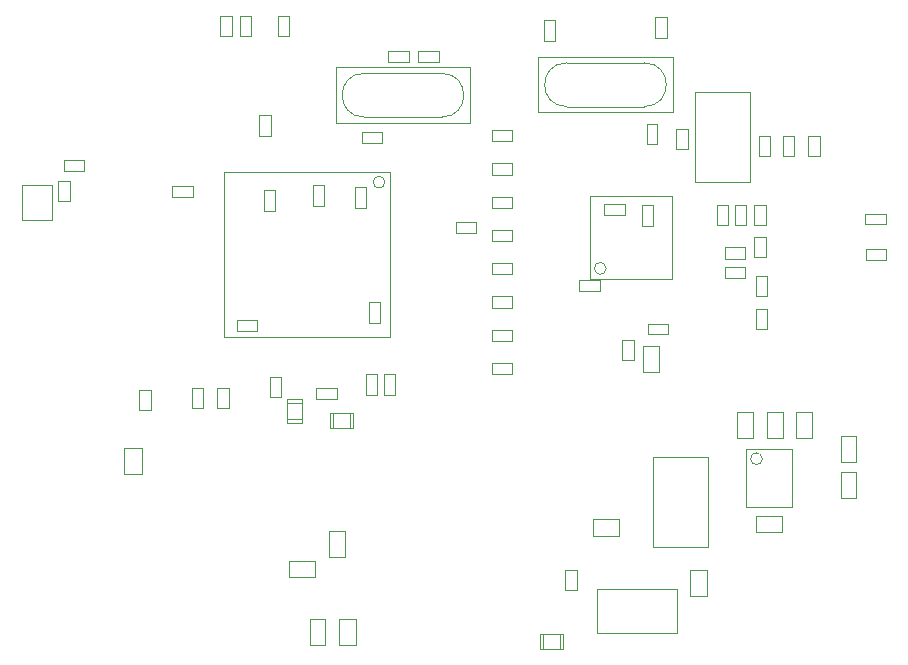
<source format=gbr>
%TF.GenerationSoftware,Altium Limited,Altium Designer,18.1.6 (161)*%
G04 Layer_Color=16711935*
%FSLAX25Y25*%
%MOIN*%
%TF.FileFunction,Other,Mechanical_13*%
%TF.Part,Single*%
G01*
G75*
%TA.AperFunction,NonConductor*%
%ADD67C,0.00394*%
%ADD83C,0.00197*%
D67*
X411287Y246799D02*
G03*
X411287Y246799I-1969J0D01*
G01*
X285484Y338984D02*
G03*
X285484Y338984I-1969J0D01*
G01*
X359216Y310264D02*
G03*
X359216Y310264I-1969J0D01*
G01*
X253520Y207343D02*
Y212657D01*
X262182Y207343D02*
Y212657D01*
X253520Y207343D02*
X262182D01*
X253520Y212657D02*
X262182D01*
X266843Y222831D02*
X272158D01*
X266843Y214169D02*
X272158D01*
X266843D02*
Y222831D01*
X272158Y214169D02*
Y222831D01*
X185323Y342630D02*
Y346370D01*
X178433Y342630D02*
Y346370D01*
Y342630D02*
X185323D01*
X178433Y346370D02*
X185323D01*
X354913Y226854D02*
X363575D01*
X354913Y221146D02*
X363575D01*
Y226854D01*
X354913Y221146D02*
Y226854D01*
X387146Y201169D02*
X392854D01*
X387146Y209831D02*
X392854D01*
Y201169D02*
Y209831D01*
X387146Y201169D02*
Y209831D01*
X345630Y203153D02*
Y209846D01*
X349370Y203153D02*
Y209846D01*
X345630D02*
X349370D01*
X345630Y203153D02*
X349370D01*
X374945Y247461D02*
X393055D01*
X374945Y217539D02*
X393055D01*
X374945D02*
Y247461D01*
X393055Y217539D02*
Y247461D01*
X382689Y188716D02*
Y203284D01*
X356311Y188716D02*
Y203284D01*
Y188716D02*
X382689D01*
X356311Y203284D02*
X382689D01*
X371451Y275669D02*
X376766D01*
X371451Y284331D02*
X376766D01*
X371451Y275669D02*
Y284331D01*
X376766Y275669D02*
Y284331D01*
X270146Y184819D02*
X275854D01*
X270146Y193480D02*
X275854D01*
X270146Y184819D02*
Y193480D01*
X275854Y184819D02*
Y193480D01*
X260343Y184669D02*
X265657D01*
X260343Y193331D02*
X265657D01*
X260343Y184669D02*
Y193331D01*
X265657Y184669D02*
Y193331D01*
X198646Y241669D02*
Y250331D01*
X204354Y241669D02*
Y250331D01*
X198646D02*
X204354D01*
X198646Y241669D02*
X204354D01*
X309154Y322130D02*
X315846D01*
X309154Y325870D02*
X315846D01*
Y322130D02*
Y325870D01*
X309154Y322130D02*
Y325870D01*
X321153Y274969D02*
X327847D01*
X321153Y278709D02*
X327847D01*
Y274969D02*
Y278709D01*
X321153Y274969D02*
Y278709D01*
Y286063D02*
X327847D01*
X321153Y289803D02*
X327847D01*
Y286063D02*
Y289803D01*
X321153Y286063D02*
Y289803D01*
Y297158D02*
X327847D01*
X321153Y300898D02*
X327847D01*
Y297158D02*
Y300898D01*
X321153Y297158D02*
Y300898D01*
Y308252D02*
X327847D01*
X321153Y311992D02*
X327847D01*
Y308252D02*
Y311992D01*
X321153Y308252D02*
Y311992D01*
Y319346D02*
X327847D01*
X321153Y323087D02*
X327847D01*
Y319346D02*
Y323087D01*
X321153Y319346D02*
Y323087D01*
Y330441D02*
X327847D01*
X321153Y334181D02*
X327847D01*
Y330441D02*
Y334181D01*
X321153Y330441D02*
Y334181D01*
Y352630D02*
X327847D01*
X321153Y356370D02*
X327847D01*
Y352630D02*
Y356370D01*
X321153Y352630D02*
Y356370D01*
Y341535D02*
X327847D01*
X321153Y345276D02*
X327847D01*
Y341535D02*
Y345276D01*
X321153Y341535D02*
Y345276D01*
X376272Y351654D02*
Y358347D01*
X372728Y351654D02*
Y358347D01*
X376272D01*
X372728Y351654D02*
X376272D01*
X382630Y350153D02*
X386370D01*
X382630Y356846D02*
X386370D01*
X382630Y350153D02*
Y356846D01*
X386370Y350153D02*
Y356846D01*
X445653Y325000D02*
X452347D01*
X445653Y328543D02*
X452347D01*
Y325000D02*
Y328543D01*
X445653Y325000D02*
Y328543D01*
X445713Y313189D02*
X452406D01*
X445713Y316732D02*
X452406D01*
Y313189D02*
Y316732D01*
X445713Y313189D02*
Y316732D01*
X337063Y183539D02*
X344937D01*
X337063Y188461D02*
X344937D01*
Y183539D02*
Y188461D01*
X337063Y183539D02*
Y188461D01*
X343756Y183539D02*
Y188461D01*
X338244Y183539D02*
Y188461D01*
X277709Y352130D02*
X284598D01*
X277709Y355870D02*
X284598D01*
X277709Y352130D02*
Y355870D01*
X284598Y352130D02*
Y355870D01*
X262653Y270370D02*
X269346D01*
X262653Y266630D02*
X269346D01*
X262653D02*
Y270370D01*
X269346Y266630D02*
Y270370D01*
X267063Y261961D02*
X274937D01*
X267063Y257039D02*
X274937D01*
X267063D02*
Y261961D01*
X274937Y257039D02*
Y261961D01*
X268244Y257039D02*
Y261961D01*
X273756Y257039D02*
Y261961D01*
X257890Y258815D02*
Y266689D01*
X252969Y258815D02*
Y266689D01*
X257890D01*
X252969Y258815D02*
X257890D01*
X252969Y265508D02*
X257890D01*
X252969Y259996D02*
X257890D01*
X250870Y267504D02*
Y274197D01*
X247130Y267504D02*
Y274197D01*
X250870D01*
X247130Y267504D02*
X250870D01*
X409169Y222342D02*
Y227658D01*
X417831Y222342D02*
Y227658D01*
X409169D02*
X417831D01*
X409169Y222342D02*
X417831D01*
X437343Y245669D02*
X442658D01*
X437343Y254331D02*
X442658D01*
X437343Y245669D02*
Y254331D01*
X442658Y245669D02*
Y254331D01*
X437343Y233669D02*
X442658D01*
X437343Y242331D02*
X442658D01*
X437343Y233669D02*
Y242331D01*
X442658Y233669D02*
Y242331D01*
X405972Y230854D02*
X421327D01*
X405972Y250146D02*
X421327D01*
Y230854D02*
Y250146D01*
X405972Y230854D02*
Y250146D01*
X402843Y262331D02*
X408157D01*
X402843Y253669D02*
X408157D01*
Y262331D01*
X402843Y253669D02*
Y262331D01*
X422594Y262331D02*
X427909D01*
X422594Y253669D02*
X427909D01*
Y262331D01*
X422594Y253669D02*
Y262331D01*
X412843D02*
X418157D01*
X412843Y253669D02*
X418157D01*
Y262331D01*
X412843Y253669D02*
Y262331D01*
X368386Y279654D02*
Y286347D01*
X364646Y279654D02*
Y286347D01*
X368386D01*
X364646Y279654D02*
X368386D01*
X269059Y377252D02*
X313941D01*
Y358748D02*
Y377252D01*
X269059Y358748D02*
Y377252D01*
Y358748D02*
X313941D01*
X296555Y379130D02*
Y382870D01*
X303445Y379130D02*
Y382870D01*
X296555D02*
X303445D01*
X296555Y379130D02*
X303445D01*
X293457Y379130D02*
Y382870D01*
X286567Y379130D02*
Y382870D01*
Y379130D02*
X293457D01*
X286567Y382870D02*
X293457D01*
X203630Y263154D02*
Y269847D01*
X207370Y263154D02*
Y269847D01*
X203630Y263154D02*
X207370D01*
X203630Y269847D02*
X207370D01*
X240870Y387653D02*
Y394346D01*
X237130Y387653D02*
Y394346D01*
X240870D01*
X237130Y387653D02*
X240870D01*
X253496D02*
Y394346D01*
X249756Y387653D02*
Y394346D01*
X253496D01*
X249756Y387653D02*
X253496D01*
X402228Y324654D02*
X405772D01*
X402228Y331347D02*
X405772D01*
X402228Y324654D02*
Y331347D01*
X405772Y324654D02*
Y331347D01*
X275346Y330555D02*
X279087D01*
X275346Y337445D02*
X279087D01*
Y330555D02*
Y337445D01*
X275346Y330555D02*
Y337445D01*
X261567Y331055D02*
X265307D01*
X261567Y337945D02*
X265307D01*
Y331055D02*
Y337945D01*
X261567Y331055D02*
Y337945D01*
X280130Y298945D02*
X283870D01*
X280130Y292055D02*
X283870D01*
X280130D02*
Y298945D01*
X283870Y292055D02*
Y298945D01*
X245130Y329555D02*
X248870D01*
X245130Y336445D02*
X248870D01*
Y329555D02*
Y336445D01*
X245130Y329555D02*
Y336445D01*
X242945Y289469D02*
Y293209D01*
X236055Y289469D02*
Y293209D01*
X242945D01*
X236055Y289469D02*
X242945D01*
X357024Y302630D02*
Y306370D01*
X350134Y302630D02*
Y306370D01*
X357024D01*
X350134Y302630D02*
X357024D01*
X396228Y324654D02*
X399772D01*
X396228Y331347D02*
X399772D01*
X396228Y324654D02*
Y331347D01*
X399772Y324654D02*
Y331347D01*
X229630Y270346D02*
X233370D01*
X229630Y263653D02*
X233370D01*
Y270346D01*
X229630Y263653D02*
Y270346D01*
X221130D02*
X224870D01*
X221130Y263653D02*
X224870D01*
Y270346D01*
X221130Y263653D02*
Y270346D01*
X408630Y331347D02*
X412370D01*
X408630Y324654D02*
X412370D01*
Y331347D01*
X408630Y324654D02*
Y331347D01*
X409130Y307846D02*
X412870D01*
X409130Y301153D02*
X412870D01*
Y307846D01*
X409130Y301153D02*
Y307846D01*
X409130Y290154D02*
X412870D01*
X409130Y296847D02*
X412870D01*
X409130Y290154D02*
Y296847D01*
X412870Y290154D02*
Y296847D01*
X408630Y313898D02*
X412370D01*
X408630Y320590D02*
X412370D01*
X408630Y313898D02*
Y320590D01*
X412370Y313898D02*
Y320590D01*
X230630Y387653D02*
X234370D01*
X230630Y394346D02*
X234370D01*
X230630Y387653D02*
Y394346D01*
X234370Y387653D02*
Y394346D01*
X279252Y268055D02*
Y274945D01*
X282992Y268055D02*
Y274945D01*
X279252D02*
X282992D01*
X279252Y268055D02*
X282992D01*
X285130D02*
Y274945D01*
X288870Y268055D02*
Y274945D01*
X285130D02*
X288870D01*
X285130Y268055D02*
X288870D01*
X176630Y332653D02*
Y339347D01*
X180370Y332653D02*
Y339347D01*
X176630Y332653D02*
X180370D01*
X176630Y339347D02*
X180370D01*
X231941Y342528D02*
X287059D01*
X231941Y287409D02*
X287059D01*
Y342528D01*
X231941Y287409D02*
Y342528D01*
X398724Y307065D02*
Y310805D01*
X405614Y307065D02*
Y310805D01*
X398724Y307065D02*
X405614D01*
X398724Y310805D02*
X405614D01*
X398724Y313518D02*
Y317258D01*
X405614Y313518D02*
Y317258D01*
X398724Y313518D02*
X405614D01*
X398724Y317258D02*
X405614D01*
X371130Y331445D02*
X374870D01*
X371130Y324555D02*
X374870D01*
X371130D02*
Y331445D01*
X374870Y324555D02*
Y331445D01*
X358555Y328130D02*
Y331870D01*
X365445Y328130D02*
Y331870D01*
X358555Y328130D02*
X365445D01*
X358555Y331870D02*
X365445D01*
X426630Y354543D02*
X430370D01*
X426630Y347654D02*
X430370D01*
X426630D02*
Y354543D01*
X430370Y347654D02*
Y354543D01*
X388945Y339039D02*
X407055D01*
X388945Y368961D02*
X407055D01*
Y339039D02*
Y368961D01*
X388945Y339039D02*
Y368961D01*
X410130Y354543D02*
X413870D01*
X410130Y347654D02*
X413870D01*
X410130D02*
Y354543D01*
X413870Y347654D02*
Y354543D01*
X418130D02*
X421870D01*
X418130Y347654D02*
X421870D01*
X418130D02*
Y354543D01*
X421870Y347654D02*
Y354543D01*
X243630Y361445D02*
X247370D01*
X243630Y354555D02*
X247370D01*
Y361445D01*
X243630Y354555D02*
Y361445D01*
X214555Y334130D02*
Y337870D01*
X221445Y334130D02*
Y337870D01*
X214555D02*
X221445D01*
X214555Y334130D02*
X221445D01*
X164579Y338216D02*
X174421D01*
X164579Y326406D02*
X174421D01*
X164579D02*
Y338216D01*
X174421Y326406D02*
Y338216D01*
X381264Y306720D02*
Y334279D01*
X353705Y306720D02*
Y334279D01*
X381264D01*
X353705Y306720D02*
X381264D01*
X373153Y288228D02*
Y291772D01*
X379847Y288228D02*
Y291772D01*
X373153D02*
X379847D01*
X373153Y288228D02*
X379847D01*
X336559Y362248D02*
X381441D01*
X336559D02*
Y380752D01*
X381441Y362248D02*
Y380752D01*
X336559D02*
X381441D01*
X338429Y392945D02*
X342169D01*
X338429Y386055D02*
X342169D01*
Y392945D01*
X338429Y386055D02*
Y392945D01*
X375630Y393945D02*
X379370D01*
X375630Y387055D02*
X379370D01*
Y393945D01*
X375630Y387055D02*
Y393945D01*
D83*
X304492Y360717D02*
G03*
X304492Y375284I0J7283D01*
G01*
X278508D02*
G03*
X278508Y360717I0J-7283D01*
G01*
X346008Y378783D02*
G03*
X346008Y364216I0J-7283D01*
G01*
X371992D02*
G03*
X371992Y378783I0J7283D01*
G01*
X278508Y360717D02*
X304492D01*
X278508Y375284D02*
X304492D01*
X346008Y378783D02*
X371992D01*
X346008Y364216D02*
X371992D01*
%TF.MD5,7909358010b1e59ad35ede6813070a7d*%
M02*

</source>
